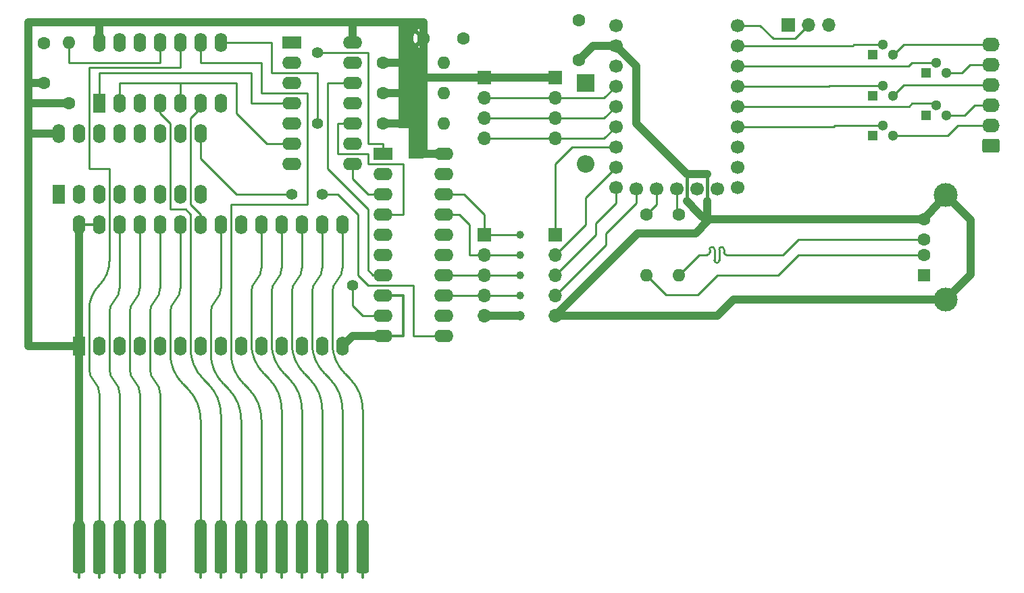
<source format=gbl>
%TF.GenerationSoftware,KiCad,Pcbnew,8.0.4+1*%
%TF.CreationDate,2024-08-13T20:11:20+02:00*%
%TF.ProjectId,QL_mIce_Starmouse,514c5f6d-4963-4655-9f53-7461726d6f75,0*%
%TF.SameCoordinates,Original*%
%TF.FileFunction,Copper,L2,Bot*%
%TF.FilePolarity,Positive*%
%FSLAX46Y46*%
G04 Gerber Fmt 4.6, Leading zero omitted, Abs format (unit mm)*
G04 Created by KiCad (PCBNEW 8.0.4+1) date 2024-08-13 20:11:20*
%MOMM*%
%LPD*%
G01*
G04 APERTURE LIST*
G04 Aperture macros list*
%AMRoundRect*
0 Rectangle with rounded corners*
0 $1 Rounding radius*
0 $2 $3 $4 $5 $6 $7 $8 $9 X,Y pos of 4 corners*
0 Add a 4 corners polygon primitive as box body*
4,1,4,$2,$3,$4,$5,$6,$7,$8,$9,$2,$3,0*
0 Add four circle primitives for the rounded corners*
1,1,$1+$1,$2,$3*
1,1,$1+$1,$4,$5*
1,1,$1+$1,$6,$7*
1,1,$1+$1,$8,$9*
0 Add four rect primitives between the rounded corners*
20,1,$1+$1,$2,$3,$4,$5,0*
20,1,$1+$1,$4,$5,$6,$7,0*
20,1,$1+$1,$6,$7,$8,$9,0*
20,1,$1+$1,$8,$9,$2,$3,0*%
G04 Aperture macros list end*
%TA.AperFunction,EtchedComponent*%
%ADD10C,0.300000*%
%TD*%
%TA.AperFunction,ComponentPad*%
%ADD11C,1.700000*%
%TD*%
%TA.AperFunction,ComponentPad*%
%ADD12R,1.600000X2.400000*%
%TD*%
%TA.AperFunction,ComponentPad*%
%ADD13O,1.600000X2.400000*%
%TD*%
%TA.AperFunction,ComponentPad*%
%ADD14C,1.600000*%
%TD*%
%TA.AperFunction,ComponentPad*%
%ADD15O,1.600000X1.600000*%
%TD*%
%TA.AperFunction,ComponentPad*%
%ADD16R,1.500000X1.600000*%
%TD*%
%TA.AperFunction,ComponentPad*%
%ADD17C,3.000000*%
%TD*%
%TA.AperFunction,ComponentPad*%
%ADD18RoundRect,0.250000X0.845000X-0.620000X0.845000X0.620000X-0.845000X0.620000X-0.845000X-0.620000X0*%
%TD*%
%TA.AperFunction,ComponentPad*%
%ADD19O,2.190000X1.740000*%
%TD*%
%TA.AperFunction,ComponentPad*%
%ADD20R,1.300000X1.300000*%
%TD*%
%TA.AperFunction,ComponentPad*%
%ADD21C,1.300000*%
%TD*%
%TA.AperFunction,ComponentPad*%
%ADD22R,2.400000X1.600000*%
%TD*%
%TA.AperFunction,ComponentPad*%
%ADD23O,2.400000X1.600000*%
%TD*%
%TA.AperFunction,ComponentPad*%
%ADD24R,1.700000X1.700000*%
%TD*%
%TA.AperFunction,ComponentPad*%
%ADD25O,1.700000X1.700000*%
%TD*%
%TA.AperFunction,ComponentPad*%
%ADD26R,2.200000X2.200000*%
%TD*%
%TA.AperFunction,ComponentPad*%
%ADD27O,2.200000X2.200000*%
%TD*%
%TA.AperFunction,ConnectorPad*%
%ADD28RoundRect,0.228600X0.533400X2.271400X-0.533400X2.271400X-0.533400X-2.271400X0.533400X-2.271400X0*%
%TD*%
%TA.AperFunction,ConnectorPad*%
%ADD29RoundRect,0.762000X0.000010X1.738000X-0.000010X1.738000X-0.000010X-1.738000X0.000010X-1.738000X0*%
%TD*%
%TA.AperFunction,ViaPad*%
%ADD30C,1.200000*%
%TD*%
%TA.AperFunction,ViaPad*%
%ADD31C,1.400000*%
%TD*%
%TA.AperFunction,ViaPad*%
%ADD32C,1.000000*%
%TD*%
%TA.AperFunction,Conductor*%
%ADD33C,1.000000*%
%TD*%
%TA.AperFunction,Conductor*%
%ADD34C,0.250000*%
%TD*%
%TA.AperFunction,Conductor*%
%ADD35C,0.350000*%
%TD*%
%TA.AperFunction,Conductor*%
%ADD36C,0.400000*%
%TD*%
%ADD37C,0.350000*%
G04 APERTURE END LIST*
D10*
%TO.C,J2*%
X114300000Y-133223000D02*
X114300000Y-132715000D01*
X116840000Y-133223000D02*
X116840000Y-132715000D01*
X119380000Y-133223000D02*
X119380000Y-132715000D01*
X121920000Y-133223000D02*
X121920000Y-132715000D01*
X124460000Y-133223000D02*
X124460000Y-132715000D01*
X129540000Y-133223000D02*
X129540000Y-132715000D01*
X132080000Y-133223000D02*
X132080000Y-132715000D01*
X134620000Y-133223000D02*
X134620000Y-132715000D01*
X137160000Y-133223000D02*
X137160000Y-132715000D01*
X139700000Y-133223000D02*
X139700000Y-132715000D01*
X142240000Y-133223000D02*
X142240000Y-132715000D01*
X144780000Y-133223000D02*
X144780000Y-132715000D01*
X147320000Y-133223000D02*
X147320000Y-132715000D01*
X149860000Y-133223000D02*
X149860000Y-132715000D01*
%TD*%
D11*
%TO.P,RZ1,1,GP0*%
%TO.N,Net-(RZ1-GP0)*%
X196850000Y-63900000D03*
%TO.P,RZ1,2,GP1*%
%TO.N,Net-(Q5-B)*%
X196850000Y-66440000D03*
%TO.P,RZ1,3,GP2*%
%TO.N,Net-(Q4-B)*%
X196850000Y-68980000D03*
%TO.P,RZ1,4,GP3*%
%TO.N,Net-(Q3-B)*%
X196850000Y-71520000D03*
%TO.P,RZ1,5,GP4*%
%TO.N,Net-(Q2-B)*%
X196850000Y-74060000D03*
%TO.P,RZ1,6,GP5*%
%TO.N,Net-(Q1-B)*%
X196850000Y-76600000D03*
%TO.P,RZ1,7,GP6*%
%TO.N,unconnected-(RZ1-GP6-Pad7)*%
X196850000Y-79140000D03*
%TO.P,RZ1,8,GP7*%
%TO.N,unconnected-(RZ1-GP7-Pad8)*%
X196850000Y-81680000D03*
%TO.P,RZ1,9,GP8*%
%TO.N,unconnected-(RZ1-GP8-Pad9)*%
X196850000Y-84220000D03*
%TO.P,RZ1,10,GP9*%
%TO.N,unconnected-(RZ1-GP9-Pad10)*%
X194310000Y-84430000D03*
%TO.P,RZ1,11,GP10*%
%TO.N,unconnected-(RZ1-GP10-Pad11)*%
X191770000Y-84430000D03*
%TO.P,RZ1,12,GP11*%
%TO.N,Net-(RZ1-GP11)*%
X189230000Y-84430000D03*
%TO.P,RZ1,13,GP12*%
%TO.N,Net-(RZ1-GP12)*%
X186690000Y-84430000D03*
%TO.P,RZ1,14,GP13*%
%TO.N,Net-(J4-Pin_4)*%
X184150000Y-84430000D03*
%TO.P,RZ1,15,GP14*%
%TO.N,Net-(J4-Pin_3)*%
X181610000Y-84220000D03*
%TO.P,RZ1,16,GP15*%
%TO.N,Net-(J4-Pin_2)*%
X181610000Y-81680000D03*
%TO.P,RZ1,17,GP26*%
%TO.N,Net-(J4-Pin_1)*%
X181610000Y-79140000D03*
%TO.P,RZ1,18,GP27*%
%TO.N,Net-(J3-Pin_4)*%
X181610000Y-76600000D03*
%TO.P,RZ1,19,GP28*%
%TO.N,Net-(J3-Pin_3)*%
X181610000Y-74060000D03*
%TO.P,RZ1,20,GP29*%
%TO.N,Net-(J3-Pin_2)*%
X181610000Y-71520000D03*
%TO.P,RZ1,21,3V3*%
%TO.N,Net-(JP1-B)*%
X181610000Y-68980000D03*
%TO.P,RZ1,22,5V*%
%TO.N,Net-(D1-K)*%
X181610000Y-63900000D03*
%TO.P,RZ1,23,GND*%
%TO.N,GND*%
X181610000Y-66440000D03*
%TD*%
D12*
%TO.P,U2,1*%
%TO.N,Net-(U2-Pad1)*%
X116840000Y-73660000D03*
D13*
%TO.P,U2,2*%
%TO.N,Net-(U2-Pad2)*%
X119380000Y-73660000D03*
%TO.P,U2,3*%
%TO.N,/IO_LE*%
X121920000Y-73660000D03*
%TO.P,U2,4*%
%TO.N,/ROMOE*%
X124460000Y-73660000D03*
%TO.P,U2,5*%
%TO.N,Net-(U2-Pad2)*%
X127000000Y-73660000D03*
%TO.P,U2,6*%
%TO.N,/U_ROMOE*%
X129540000Y-73660000D03*
%TO.P,U2,7,GND*%
%TO.N,GND*%
X132080000Y-73660000D03*
%TO.P,U2,8*%
%TO.N,Net-(U2-Pad8)*%
X132080000Y-66040000D03*
%TO.P,U2,9*%
%TO.N,/A15*%
X129540000Y-66040000D03*
%TO.P,U2,10*%
%TO.N,/A14*%
X127000000Y-66040000D03*
%TO.P,U2,11*%
%TO.N,Net-(R1-Pad2)*%
X124460000Y-66040000D03*
%TO.P,U2,12*%
%TO.N,/IO_OE*%
X121920000Y-66040000D03*
%TO.P,U2,13*%
%TO.N,/ROMOE*%
X119380000Y-66040000D03*
%TO.P,U2,14,VCC*%
%TO.N,VCC*%
X116840000Y-66040000D03*
%TD*%
D14*
%TO.P,R1,1*%
%TO.N,VCC*%
X113030000Y-73660000D03*
D15*
%TO.P,R1,2*%
%TO.N,Net-(R1-Pad2)*%
X113030000Y-66040000D03*
%TD*%
D14*
%TO.P,C3,1*%
%TO.N,VCC*%
X176911000Y-63286000D03*
%TO.P,C3,2*%
%TO.N,GND*%
X176911000Y-68286000D03*
%TD*%
%TO.P,C1,1*%
%TO.N,VCC*%
X109855000Y-71120000D03*
%TO.P,C1,2*%
%TO.N,GND*%
X109855000Y-66120000D03*
%TD*%
D16*
%TO.P,J1,1,VBUS*%
%TO.N,VCC*%
X220175000Y-95250000D03*
D14*
%TO.P,J1,2,D-*%
%TO.N,/D_N*%
X220175000Y-92750000D03*
%TO.P,J1,3,D+*%
%TO.N,/D_P*%
X220175000Y-90750000D03*
%TO.P,J1,4,GND*%
%TO.N,GND*%
X220175000Y-88250000D03*
D17*
%TO.P,J1,5,Shield*%
X222885000Y-98320000D03*
X222885000Y-85180000D03*
%TD*%
D18*
%TO.P,J7,1,Pin_1*%
%TO.N,/Common*%
X228600000Y-78994000D03*
D19*
%TO.P,J7,2,Pin_2*%
%TO.N,/Fire*%
X228600000Y-76454000D03*
%TO.P,J7,3,Pin_3*%
%TO.N,/Up*%
X228600000Y-73914000D03*
%TO.P,J7,4,Pin_4*%
%TO.N,/Down*%
X228600000Y-71374000D03*
%TO.P,J7,5,Pin_5*%
%TO.N,/Right*%
X228600000Y-68834000D03*
%TO.P,J7,6,Pin_6*%
%TO.N,/Left*%
X228600000Y-66294000D03*
%TD*%
D20*
%TO.P,Q2,1,C*%
%TO.N,/Common*%
X220472000Y-75184000D03*
D21*
%TO.P,Q2,2,B*%
%TO.N,Net-(Q2-B)*%
X221742000Y-73914000D03*
%TO.P,Q2,3,E*%
%TO.N,/Up*%
X223012000Y-75184000D03*
%TD*%
D22*
%TO.P,U5,1,OE*%
%TO.N,/IO_OE*%
X152400000Y-80010000D03*
D23*
%TO.P,U5,2,O0*%
%TO.N,/D4*%
X152400000Y-82550000D03*
%TO.P,U5,3,D0*%
%TO.N,Net-(U5-D0)*%
X152400000Y-85090000D03*
%TO.P,U5,4,D1*%
%TO.N,Net-(U5-D1)*%
X152400000Y-87630000D03*
%TO.P,U5,5,O1*%
%TO.N,/D5*%
X152400000Y-90170000D03*
%TO.P,U5,6,O2*%
%TO.N,/D6*%
X152400000Y-92710000D03*
%TO.P,U5,7,D2*%
%TO.N,Net-(U5-D2)*%
X152400000Y-95250000D03*
%TO.P,U5,8,D3*%
%TO.N,GND*%
X152400000Y-97790000D03*
%TO.P,U5,9,O3*%
%TO.N,/D7*%
X152400000Y-100330000D03*
%TO.P,U5,10,GND*%
%TO.N,GND*%
X152400000Y-102870000D03*
%TO.P,U5,11,LE*%
%TO.N,/IO_LE*%
X160020000Y-102870000D03*
%TO.P,U5,12,O4*%
%TO.N,/D2*%
X160020000Y-100330000D03*
%TO.P,U5,13,D4*%
%TO.N,Net-(J4-Pin_4)*%
X160020000Y-97790000D03*
%TO.P,U5,14,D5*%
%TO.N,Net-(J4-Pin_3)*%
X160020000Y-95250000D03*
%TO.P,U5,15,O5*%
%TO.N,/D1*%
X160020000Y-92710000D03*
%TO.P,U5,16,O6*%
%TO.N,/D0*%
X160020000Y-90170000D03*
%TO.P,U5,17,D6*%
%TO.N,Net-(J4-Pin_2)*%
X160020000Y-87630000D03*
%TO.P,U5,18,D7*%
%TO.N,Net-(J4-Pin_1)*%
X160020000Y-85090000D03*
%TO.P,U5,19,O7*%
%TO.N,/D3*%
X160020000Y-82550000D03*
%TO.P,U5,20,VCC*%
%TO.N,VCC*%
X160020000Y-80010000D03*
%TD*%
D20*
%TO.P,Q4,1,C*%
%TO.N,/Common*%
X220472000Y-69829000D03*
D21*
%TO.P,Q4,2,B*%
%TO.N,Net-(Q4-B)*%
X221742000Y-68559000D03*
%TO.P,Q4,3,E*%
%TO.N,/Right*%
X223012000Y-69829000D03*
%TD*%
D20*
%TO.P,Q5,1,C*%
%TO.N,/Common*%
X213741000Y-67564000D03*
D21*
%TO.P,Q5,2,B*%
%TO.N,Net-(Q5-B)*%
X215011000Y-66294000D03*
%TO.P,Q5,3,E*%
%TO.N,/Left*%
X216281000Y-67564000D03*
%TD*%
D24*
%TO.P,SW1,1,A*%
%TO.N,GND*%
X203200000Y-63881000D03*
D25*
%TO.P,SW1,2,B*%
%TO.N,Net-(RZ1-GP0)*%
X205740000Y-63881000D03*
%TO.P,SW1,3,C*%
%TO.N,Net-(JP1-A)*%
X208280000Y-63881000D03*
%TD*%
D14*
%TO.P,R5,1*%
%TO.N,Net-(RZ1-GP11)*%
X189470000Y-87630000D03*
D15*
%TO.P,R5,2*%
%TO.N,/D_P*%
X189470000Y-95250000D03*
%TD*%
D20*
%TO.P,Q1,1,C*%
%TO.N,/Common*%
X213741000Y-77703000D03*
D21*
%TO.P,Q1,2,B*%
%TO.N,Net-(Q1-B)*%
X215011000Y-76433000D03*
%TO.P,Q1,3,E*%
%TO.N,/Fire*%
X216281000Y-77703000D03*
%TD*%
D12*
%TO.P,U1,1*%
%TO.N,/A7*%
X111760000Y-85090000D03*
D13*
%TO.P,U1,2*%
%TO.N,/A6*%
X114300000Y-85090000D03*
%TO.P,U1,3*%
%TO.N,/A5*%
X116840000Y-85090000D03*
%TO.P,U1,4*%
%TO.N,/A13*%
X119380000Y-85090000D03*
%TO.P,U1,5*%
%TO.N,/A8*%
X121920000Y-85090000D03*
%TO.P,U1,6*%
%TO.N,/A9*%
X124460000Y-85090000D03*
%TO.P,U1,7*%
%TO.N,/A11*%
X127000000Y-85090000D03*
%TO.P,U1,8,GND*%
%TO.N,GND*%
X129540000Y-85090000D03*
%TO.P,U1,9*%
%TO.N,/IO_LE*%
X129540000Y-77470000D03*
%TO.P,U1,10*%
%TO.N,/A10*%
X127000000Y-77470000D03*
%TO.P,U1,11*%
%TO.N,/A1*%
X124460000Y-77470000D03*
%TO.P,U1,12*%
%TO.N,/A2*%
X121920000Y-77470000D03*
%TO.P,U1,13*%
%TO.N,/A3*%
X119380000Y-77470000D03*
%TO.P,U1,14*%
%TO.N,/A4*%
X116840000Y-77470000D03*
%TO.P,U1,15*%
%TO.N,/A12*%
X114300000Y-77470000D03*
%TO.P,U1,16,VCC*%
%TO.N,VCC*%
X111760000Y-77470000D03*
%TD*%
D22*
%TO.P,U3,1*%
%TO.N,unconnected-(U3-Pad1)*%
X140970000Y-66040000D03*
D23*
%TO.P,U3,2*%
%TO.N,unconnected-(U3-Pad2)*%
X140970000Y-68580000D03*
%TO.P,U3,3*%
%TO.N,/IO_LE*%
X140970000Y-71120000D03*
%TO.P,U3,4*%
%TO.N,Net-(U2-Pad1)*%
X140970000Y-73660000D03*
%TO.P,U3,5*%
%TO.N,Net-(U2-Pad8)*%
X140970000Y-76200000D03*
%TO.P,U3,6*%
%TO.N,Net-(U2-Pad2)*%
X140970000Y-78740000D03*
%TO.P,U3,7,GND*%
%TO.N,GND*%
X140970000Y-81280000D03*
%TO.P,U3,8*%
%TO.N,Net-(U5-D0)*%
X148590000Y-81280000D03*
%TO.P,U3,9*%
%TO.N,Net-(J3-Pin_4)*%
X148590000Y-78740000D03*
%TO.P,U3,10*%
%TO.N,Net-(U5-D1)*%
X148590000Y-76200000D03*
%TO.P,U3,11*%
%TO.N,Net-(J3-Pin_3)*%
X148590000Y-73660000D03*
%TO.P,U3,12*%
%TO.N,Net-(U5-D2)*%
X148590000Y-71120000D03*
%TO.P,U3,13*%
%TO.N,Net-(J3-Pin_2)*%
X148590000Y-68580000D03*
%TO.P,U3,14,VCC*%
%TO.N,VCC*%
X148590000Y-66040000D03*
%TD*%
D14*
%TO.P,R4,1*%
%TO.N,VCC*%
X152400000Y-76200000D03*
D15*
%TO.P,R4,2*%
%TO.N,Net-(J3-Pin_4)*%
X160020000Y-76200000D03*
%TD*%
D14*
%TO.P,R6,1*%
%TO.N,Net-(RZ1-GP12)*%
X185420000Y-87630000D03*
D15*
%TO.P,R6,2*%
%TO.N,/D_N*%
X185420000Y-95250000D03*
%TD*%
D12*
%TO.P,IC1,1,VPP*%
%TO.N,VCC*%
X114300000Y-104120000D03*
D13*
%TO.P,IC1,2,A12*%
%TO.N,/A12*%
X116840000Y-104120000D03*
%TO.P,IC1,3,A7*%
%TO.N,/A7*%
X119380000Y-104120000D03*
%TO.P,IC1,4,A6*%
%TO.N,/A6*%
X121920000Y-104120000D03*
%TO.P,IC1,5,A5*%
%TO.N,/A5*%
X124460000Y-104120000D03*
%TO.P,IC1,6,A4*%
%TO.N,/A4*%
X127000000Y-104120000D03*
%TO.P,IC1,7,A3*%
%TO.N,/A3*%
X129540000Y-104120000D03*
%TO.P,IC1,8,A2*%
%TO.N,/A2*%
X132080000Y-104120000D03*
%TO.P,IC1,9,A1*%
%TO.N,/A1*%
X134620000Y-104120000D03*
%TO.P,IC1,10,A0*%
%TO.N,/A0*%
X137160000Y-104120000D03*
%TO.P,IC1,11,D0*%
%TO.N,/D0*%
X139700000Y-104120000D03*
%TO.P,IC1,12,D1*%
%TO.N,/D1*%
X142240000Y-104120000D03*
%TO.P,IC1,13,D2*%
%TO.N,/D2*%
X144780000Y-104120000D03*
%TO.P,IC1,14,GND*%
%TO.N,GND*%
X147320000Y-104120000D03*
%TO.P,IC1,15,D3*%
%TO.N,/D3*%
X147320000Y-88880000D03*
%TO.P,IC1,16,D4*%
%TO.N,/D4*%
X144780000Y-88880000D03*
%TO.P,IC1,17,D5*%
%TO.N,/D5*%
X142240000Y-88880000D03*
%TO.P,IC1,18,D6*%
%TO.N,/D6*%
X139700000Y-88880000D03*
%TO.P,IC1,19,D7*%
%TO.N,/D7*%
X137160000Y-88880000D03*
%TO.P,IC1,20,~{CE}*%
%TO.N,GND*%
X134620000Y-88880000D03*
%TO.P,IC1,21,A10*%
%TO.N,/A10*%
X132080000Y-88880000D03*
%TO.P,IC1,22,~{OE}*%
%TO.N,/U_ROMOE*%
X129540000Y-88880000D03*
%TO.P,IC1,23,A11*%
%TO.N,/A11*%
X127000000Y-88880000D03*
%TO.P,IC1,24,A9*%
%TO.N,/A9*%
X124460000Y-88880000D03*
%TO.P,IC1,25,A8*%
%TO.N,/A8*%
X121920000Y-88880000D03*
%TO.P,IC1,26,A13*%
%TO.N,/A13*%
X119380000Y-88880000D03*
%TO.P,IC1,27,~{PGM}*%
%TO.N,VCC*%
X116840000Y-88880000D03*
%TO.P,IC1,28,VCC*%
X114300000Y-88880000D03*
%TD*%
D20*
%TO.P,Q3,1,C*%
%TO.N,/Common*%
X213741000Y-72729000D03*
D21*
%TO.P,Q3,2,B*%
%TO.N,Net-(Q3-B)*%
X215011000Y-71459000D03*
%TO.P,Q3,3,E*%
%TO.N,/Down*%
X216281000Y-72729000D03*
%TD*%
D14*
%TO.P,R2,1*%
%TO.N,VCC*%
X152400000Y-68580000D03*
D15*
%TO.P,R2,2*%
%TO.N,Net-(J3-Pin_2)*%
X160020000Y-68580000D03*
%TD*%
D14*
%TO.P,C2,1*%
%TO.N,VCC*%
X157480000Y-65532000D03*
%TO.P,C2,2*%
%TO.N,GND*%
X162480000Y-65532000D03*
%TD*%
D26*
%TO.P,D1,1,K*%
%TO.N,Net-(D1-K)*%
X177800000Y-71120000D03*
D27*
%TO.P,D1,2,A*%
%TO.N,VCC*%
X177800000Y-81280000D03*
%TD*%
D14*
%TO.P,R3,1*%
%TO.N,VCC*%
X152400000Y-72390000D03*
D15*
%TO.P,R3,2*%
%TO.N,Net-(J3-Pin_3)*%
X160020000Y-72390000D03*
%TD*%
D24*
%TO.P,J6,1,Pin_1*%
%TO.N,Net-(J4-Pin_1)*%
X165100000Y-90170000D03*
D25*
%TO.P,J6,2,Pin_2*%
%TO.N,Net-(J4-Pin_2)*%
X165100000Y-92710000D03*
%TO.P,J6,3,Pin_3*%
%TO.N,Net-(J4-Pin_3)*%
X165100000Y-95250000D03*
%TO.P,J6,4,Pin_4*%
%TO.N,Net-(J4-Pin_4)*%
X165100000Y-97790000D03*
%TO.P,J6,5,Pin_5*%
%TO.N,GND*%
X165100000Y-100330000D03*
%TD*%
D28*
%TO.P,J2,1,Vcc*%
%TO.N,VCC*%
X114300000Y-130175000D03*
D29*
X114300000Y-128437000D03*
D28*
%TO.P,J2,3,A14*%
%TO.N,/A14*%
X116840000Y-130215000D03*
D29*
X116840000Y-128437000D03*
D28*
%TO.P,J2,5,A13*%
%TO.N,/A13*%
X119380000Y-130215000D03*
D29*
X119380000Y-128437000D03*
D28*
%TO.P,J2,7,A8*%
%TO.N,/A8*%
X121920000Y-130215000D03*
D29*
X121920000Y-128437000D03*
D28*
%TO.P,J2,9,A9*%
%TO.N,/A9*%
X124460000Y-130175000D03*
D29*
X124460000Y-128397000D03*
D28*
%TO.P,J2,11,A11*%
%TO.N,/A11*%
X129540000Y-130135000D03*
D29*
X129540000Y-128397000D03*
D28*
%TO.P,J2,13,~{ROMOE}*%
%TO.N,/ROMOE*%
X132080000Y-130175000D03*
D29*
X132080000Y-128437000D03*
D28*
%TO.P,J2,15,A10*%
%TO.N,/A10*%
X134620000Y-130175000D03*
D29*
X134620000Y-128437000D03*
D28*
%TO.P,J2,17,A15*%
%TO.N,/A15*%
X137160000Y-130175000D03*
D29*
X137160000Y-128437000D03*
D28*
%TO.P,J2,19,D7*%
%TO.N,/D7*%
X139700000Y-130175000D03*
D29*
X139700000Y-128437000D03*
D28*
%TO.P,J2,21,D6*%
%TO.N,/D6*%
X142240000Y-130164200D03*
D29*
X142240000Y-128437000D03*
D28*
%TO.P,J2,23,D5*%
%TO.N,/D5*%
X144805400Y-130164200D03*
D29*
X144780000Y-128397000D03*
D28*
%TO.P,J2,25,D4*%
%TO.N,/D4*%
X147320000Y-130175000D03*
D29*
X147320000Y-128437000D03*
D28*
%TO.P,J2,27,D3*%
%TO.N,/D3*%
X149860000Y-130175000D03*
D29*
X149860000Y-128437000D03*
%TD*%
D24*
%TO.P,J3,1,Pin_1*%
%TO.N,VCC*%
X173990000Y-70485000D03*
D25*
%TO.P,J3,2,Pin_2*%
%TO.N,Net-(J3-Pin_2)*%
X173990000Y-73025000D03*
%TO.P,J3,3,Pin_3*%
%TO.N,Net-(J3-Pin_3)*%
X173990000Y-75565000D03*
%TO.P,J3,4,Pin_4*%
%TO.N,Net-(J3-Pin_4)*%
X173990000Y-78105000D03*
%TD*%
D24*
%TO.P,J4,1,Pin_1*%
%TO.N,Net-(J4-Pin_1)*%
X173990000Y-90170000D03*
D25*
%TO.P,J4,2,Pin_2*%
%TO.N,Net-(J4-Pin_2)*%
X173990000Y-92710000D03*
%TO.P,J4,3,Pin_3*%
%TO.N,Net-(J4-Pin_3)*%
X173990000Y-95250000D03*
%TO.P,J4,4,Pin_4*%
%TO.N,Net-(J4-Pin_4)*%
X173990000Y-97790000D03*
%TO.P,J4,5,Pin_5*%
%TO.N,GND*%
X173990000Y-100330000D03*
%TD*%
D24*
%TO.P,J5,1,Pin_1*%
%TO.N,VCC*%
X165100000Y-70485000D03*
D25*
%TO.P,J5,2,Pin_2*%
%TO.N,Net-(J3-Pin_2)*%
X165100000Y-73025000D03*
%TO.P,J5,3,Pin_3*%
%TO.N,Net-(J3-Pin_3)*%
X165100000Y-75565000D03*
%TO.P,J5,4,Pin_4*%
%TO.N,Net-(J3-Pin_4)*%
X165100000Y-78105000D03*
%TD*%
D30*
%TO.N,GND*%
X169545000Y-100330000D03*
D31*
%TO.N,/D7*%
X148590000Y-96520000D03*
%TO.N,/IO_LE*%
X144780000Y-85090000D03*
X140970000Y-85090000D03*
%TO.N,Net-(U2-Pad8)*%
X144145000Y-76200000D03*
%TO.N,/IO_OE*%
X144145000Y-67310000D03*
D32*
%TO.N,Net-(J4-Pin_1)*%
X169545000Y-90170000D03*
%TO.N,Net-(J4-Pin_2)*%
X169545000Y-92710000D03*
%TO.N,Net-(J4-Pin_3)*%
X169545000Y-95250000D03*
%TO.N,Net-(J4-Pin_4)*%
X169545000Y-97790000D03*
%TD*%
D33*
%TO.N,VCC*%
X148590000Y-63500000D02*
X157480000Y-63500000D01*
X116840000Y-63500000D02*
X148590000Y-63500000D01*
X114300000Y-127000000D02*
X114300000Y-104120000D01*
X107950000Y-77470000D02*
X107950000Y-73660000D01*
X157480000Y-76200000D02*
X157480000Y-80010000D01*
X157480000Y-63500000D02*
X157480000Y-65532000D01*
X107950000Y-104140000D02*
X107950000Y-77470000D01*
X116840000Y-63500000D02*
X116840000Y-66040000D01*
X157480000Y-65532000D02*
X157480000Y-70485000D01*
X107950000Y-71120000D02*
X109855000Y-71120000D01*
X114300000Y-104120000D02*
X114300000Y-88880000D01*
X165100000Y-70485000D02*
X157480000Y-70485000D01*
X157480000Y-71120000D02*
X157480000Y-76200000D01*
X171069000Y-70485000D02*
X173990000Y-70485000D01*
X152527000Y-72390000D02*
X157480000Y-72390000D01*
X170053000Y-70485000D02*
X171069000Y-70485000D01*
D34*
X171470000Y-70358000D02*
X170180000Y-70358000D01*
X170180000Y-70358000D02*
X170053000Y-70485000D01*
D33*
X107950000Y-71120000D02*
X107950000Y-63500000D01*
X152400000Y-68580000D02*
X157353000Y-68580000D01*
X107970000Y-104120000D02*
X107950000Y-104140000D01*
X148590000Y-63500000D02*
X148590000Y-66040000D01*
X114300000Y-104120000D02*
X107970000Y-104120000D01*
X107950000Y-77470000D02*
X111760000Y-77470000D01*
X165100000Y-70485000D02*
X170053000Y-70485000D01*
X157480000Y-80010000D02*
X160020000Y-80010000D01*
X152400000Y-76200000D02*
X157480000Y-76200000D01*
X107950000Y-63500000D02*
X116840000Y-63500000D01*
X107950000Y-73660000D02*
X113030000Y-73660000D01*
X107950000Y-73660000D02*
X107950000Y-71120000D01*
X157480000Y-70485000D02*
X157480000Y-71120000D01*
D35*
X114300000Y-88880000D02*
X116840000Y-88880000D01*
D33*
%TO.N,GND*%
X176911000Y-68286000D02*
X178757000Y-66440000D01*
X196320000Y-98320000D02*
X194310000Y-100330000D01*
X184150000Y-76200000D02*
X184150000Y-68980000D01*
X152400000Y-102870000D02*
X148570000Y-102870000D01*
X194310000Y-100330000D02*
X173990000Y-100330000D01*
D36*
X190500000Y-85979000D02*
X190500000Y-82550000D01*
D33*
X184150000Y-68980000D02*
X181610000Y-66440000D01*
D35*
X152400000Y-97790000D02*
X154940000Y-97790000D01*
D33*
X184340500Y-89979500D02*
X191579500Y-89979500D01*
X193040000Y-82550000D02*
X190500000Y-82550000D01*
X191960500Y-87439500D02*
X190500000Y-85979000D01*
X173990000Y-100330000D02*
X184340500Y-89979500D01*
X148570000Y-102870000D02*
X147320000Y-104120000D01*
D36*
X193040000Y-85979000D02*
X193040000Y-82550000D01*
D33*
X193040000Y-88519000D02*
X191960500Y-87439500D01*
X192771000Y-88250000D02*
X191960500Y-87439500D01*
X190500000Y-82550000D02*
X184150000Y-76200000D01*
X178757000Y-66440000D02*
X181610000Y-66440000D01*
X222885000Y-85180000D02*
X220175000Y-88250000D01*
X165100000Y-100330000D02*
X169545000Y-100330000D01*
D35*
X154940000Y-102870000D02*
X152400000Y-102870000D01*
D33*
X226060000Y-88355000D02*
X222885000Y-85180000D01*
X193040000Y-88519000D02*
X193040000Y-85979000D01*
D35*
X154940000Y-97790000D02*
X154940000Y-102870000D01*
D33*
X221615000Y-98320000D02*
X196320000Y-98320000D01*
X192771000Y-88250000D02*
X220175000Y-88250000D01*
X191579500Y-89979500D02*
X193040000Y-88519000D01*
X226060000Y-95145000D02*
X226060000Y-88355000D01*
X222885000Y-98320000D02*
X226060000Y-95145000D01*
D34*
%TO.N,/D3*%
X147320000Y-88880000D02*
X147320000Y-94351974D01*
X147643792Y-107638792D02*
X148266207Y-108261207D01*
X146050000Y-97418025D02*
X146050000Y-103791036D01*
X149860000Y-112108963D02*
X149860000Y-127000000D01*
X146685000Y-95885000D02*
G75*
G03*
X146050011Y-97418025I1533000J-1533000D01*
G01*
X148266207Y-108261207D02*
G75*
G02*
X149860011Y-112108963I-3847807J-3847793D01*
G01*
X147320000Y-94351974D02*
G75*
G02*
X146685008Y-95885008I-2168000J-26D01*
G01*
X146050000Y-103791036D02*
G75*
G03*
X147643800Y-107638784I5441600J36D01*
G01*
%TO.N,/D4*%
X145103792Y-107638792D02*
X145726207Y-108261207D01*
X144780000Y-88880000D02*
X144780000Y-94351974D01*
X147320000Y-112108963D02*
X147320000Y-127000000D01*
X143510000Y-97418025D02*
X143510000Y-103791036D01*
X143510000Y-103791036D02*
G75*
G03*
X145103800Y-107638784I5441600J36D01*
G01*
X144145000Y-95885000D02*
G75*
G03*
X143510011Y-97418025I1533000J-1533000D01*
G01*
X144780000Y-94351974D02*
G75*
G02*
X144145008Y-95885008I-2168000J-26D01*
G01*
X145726207Y-108261207D02*
G75*
G02*
X147320011Y-112108963I-3847807J-3847793D01*
G01*
%TO.N,/D5*%
X144780000Y-112108963D02*
X144780000Y-126960000D01*
X142240000Y-88880000D02*
X142240000Y-94351974D01*
X142563792Y-107638792D02*
X143186207Y-108261207D01*
X140970000Y-97418025D02*
X140970000Y-103791036D01*
X142240000Y-94351974D02*
G75*
G02*
X141605008Y-95885008I-2168000J-26D01*
G01*
X143186207Y-108261207D02*
G75*
G02*
X144780011Y-112108963I-3847807J-3847793D01*
G01*
X141605000Y-95885000D02*
G75*
G03*
X140970011Y-97418025I1533000J-1533000D01*
G01*
X140970000Y-103791036D02*
G75*
G03*
X142563800Y-107638784I5441600J36D01*
G01*
%TO.N,/D6*%
X138430000Y-97418025D02*
X138430000Y-103791036D01*
X140023792Y-107638792D02*
X140646207Y-108261207D01*
X139700000Y-88880000D02*
X139700000Y-94351974D01*
X142240000Y-112108963D02*
X142240000Y-127000000D01*
X139065000Y-95885000D02*
G75*
G03*
X138430011Y-97418025I1533000J-1533000D01*
G01*
X140646207Y-108261207D02*
G75*
G02*
X142240011Y-112108963I-3847807J-3847793D01*
G01*
X138430000Y-103791036D02*
G75*
G03*
X140023800Y-107638784I5441600J36D01*
G01*
X139700000Y-94351974D02*
G75*
G02*
X139065008Y-95885008I-2168000J-26D01*
G01*
%TO.N,/D7*%
X152400000Y-100330000D02*
X149860000Y-100330000D01*
X137160000Y-88880000D02*
X137160000Y-94351974D01*
X135890000Y-97418025D02*
X135890000Y-103791036D01*
X149860000Y-100330000D02*
X148590000Y-99060000D01*
X137483792Y-107638792D02*
X138106207Y-108261207D01*
X139700000Y-112108963D02*
X139700000Y-127000000D01*
X148590000Y-99060000D02*
X148590000Y-96520000D01*
X135890000Y-103791036D02*
G75*
G03*
X137483800Y-107638784I5441600J36D01*
G01*
X138106207Y-108261207D02*
G75*
G02*
X139700011Y-112108963I-3847807J-3847793D01*
G01*
X136525000Y-95885000D02*
G75*
G03*
X135890011Y-97418025I1533000J-1533000D01*
G01*
X137160000Y-94351974D02*
G75*
G02*
X136525008Y-95885008I-2168000J-26D01*
G01*
%TO.N,/A15*%
X142875000Y-72390000D02*
X142875000Y-86360000D01*
X142875000Y-86360000D02*
X133350000Y-86360000D01*
X134943792Y-108908792D02*
X135566207Y-109531207D01*
X137160000Y-113378963D02*
X137160000Y-127000000D01*
X137160000Y-68580000D02*
X137160000Y-72390000D01*
X129540000Y-66040000D02*
X129540000Y-68580000D01*
X137160000Y-72390000D02*
X142875000Y-72390000D01*
X133350000Y-86360000D02*
X133350000Y-105061036D01*
X129540000Y-68580000D02*
X137160000Y-68580000D01*
X133350000Y-105061036D02*
G75*
G03*
X134943800Y-108908784I5441600J36D01*
G01*
X135566207Y-109531207D02*
G75*
G02*
X137160011Y-113378963I-3847807J-3847793D01*
G01*
%TO.N,/A10*%
X132403792Y-108908792D02*
X133026207Y-109531207D01*
X130810000Y-99958025D02*
X130810000Y-105061036D01*
X134620000Y-113378963D02*
X134620000Y-127000000D01*
X132080000Y-88880000D02*
X132080000Y-96891974D01*
X133026207Y-109531207D02*
G75*
G02*
X134620011Y-113378963I-3847807J-3847793D01*
G01*
X130810000Y-105061036D02*
G75*
G03*
X132403800Y-108908784I5441600J36D01*
G01*
X132080000Y-96891974D02*
G75*
G02*
X131445008Y-98425008I-2168000J-26D01*
G01*
X131445000Y-98425000D02*
G75*
G03*
X130810011Y-99958025I1533000J-1533000D01*
G01*
%TO.N,/ROMOE*%
X124460000Y-73660000D02*
X124460000Y-74930000D01*
X124460000Y-74930000D02*
X125730000Y-76200000D01*
X127635000Y-86995000D02*
X128270000Y-87630000D01*
X125730000Y-86995000D02*
X127635000Y-86995000D01*
X128270000Y-87630000D02*
X128270000Y-104426036D01*
X132080000Y-112743963D02*
X132080000Y-127000000D01*
X129863792Y-108273792D02*
X130486207Y-108896207D01*
X125730000Y-76200000D02*
X125730000Y-86995000D01*
X130486207Y-108896207D02*
G75*
G02*
X132080011Y-112743963I-3847807J-3847793D01*
G01*
X128270000Y-104426036D02*
G75*
G03*
X129863800Y-108273784I5441600J36D01*
G01*
%TO.N,/A11*%
X127000000Y-88880000D02*
X127000000Y-96891974D01*
X127323792Y-108908792D02*
X127946207Y-109531207D01*
X125730000Y-99958025D02*
X125730000Y-105061036D01*
X129540000Y-113378963D02*
X129540000Y-126960000D01*
X125730000Y-105061036D02*
G75*
G03*
X127323800Y-108908784I5441600J36D01*
G01*
X127946207Y-109531207D02*
G75*
G02*
X129540011Y-113378963I-3847807J-3847793D01*
G01*
X126365000Y-98425000D02*
G75*
G03*
X125730011Y-99958025I1533000J-1533000D01*
G01*
X127000000Y-96891974D02*
G75*
G02*
X126365008Y-98425008I-2168000J-26D01*
G01*
%TO.N,/A9*%
X124460000Y-88880000D02*
X124460000Y-96891974D01*
X124460000Y-110118025D02*
X124460000Y-126960000D01*
X123190000Y-99958025D02*
X123190000Y-107051974D01*
X123190000Y-107051974D02*
G75*
G03*
X123824992Y-108585008I2168000J-26D01*
G01*
X123825000Y-98425000D02*
G75*
G03*
X123190011Y-99958025I1533000J-1533000D01*
G01*
X124460000Y-96891974D02*
G75*
G02*
X123825008Y-98425008I-2168000J-26D01*
G01*
X123825000Y-108585000D02*
G75*
G02*
X124459989Y-110118025I-1533000J-1533000D01*
G01*
%TO.N,/A8*%
X120650000Y-99958025D02*
X120650000Y-107051974D01*
X121920000Y-88880000D02*
X121920000Y-96891974D01*
X121920000Y-110118025D02*
X121920000Y-127000000D01*
X121285000Y-98425000D02*
G75*
G03*
X120650011Y-99958025I1533000J-1533000D01*
G01*
X121920000Y-96891974D02*
G75*
G02*
X121285008Y-98425008I-2168000J-26D01*
G01*
X120650000Y-107051974D02*
G75*
G03*
X121284992Y-108585008I2168000J-26D01*
G01*
X121285000Y-108585000D02*
G75*
G02*
X121919989Y-110118025I-1533000J-1533000D01*
G01*
%TO.N,/A13*%
X118110000Y-99958025D02*
X118110000Y-107051974D01*
X119380000Y-110118025D02*
X119380000Y-127000000D01*
X119380000Y-88880000D02*
X119380000Y-96891974D01*
X118745000Y-108585000D02*
G75*
G02*
X119379989Y-110118025I-1533000J-1533000D01*
G01*
X118110000Y-107051974D02*
G75*
G03*
X118744992Y-108585008I2168000J-26D01*
G01*
X119380000Y-96891974D02*
G75*
G02*
X118745008Y-98425008I-2168000J-26D01*
G01*
X118745000Y-98425000D02*
G75*
G03*
X118110011Y-99958025I1533000J-1533000D01*
G01*
%TO.N,/A14*%
X116840000Y-110118025D02*
X116840000Y-127000000D01*
X118110000Y-81915000D02*
X118110000Y-93453948D01*
X115570000Y-81915000D02*
X118110000Y-81915000D01*
X127000000Y-66040000D02*
X127000000Y-69215000D01*
X115570000Y-99586051D02*
X115570000Y-107051974D01*
X115570000Y-69215000D02*
X115570000Y-81915000D01*
X127000000Y-69215000D02*
X115570000Y-69215000D01*
X118110000Y-93453948D02*
G75*
G02*
X116839986Y-96519986I-4336100J48D01*
G01*
X116205000Y-108585000D02*
G75*
G02*
X116839989Y-110118025I-1533000J-1533000D01*
G01*
X116840000Y-96520000D02*
G75*
G03*
X115570021Y-99586051I3066000J-3066000D01*
G01*
X115570000Y-107051974D02*
G75*
G03*
X116204992Y-108585008I2168000J-26D01*
G01*
%TO.N,/U_ROMOE*%
X128270000Y-86360000D02*
X129540000Y-87630000D01*
X129540000Y-87630000D02*
X129540000Y-88880000D01*
X129540000Y-74295000D02*
X128270000Y-75565000D01*
X128270000Y-75565000D02*
X128270000Y-86360000D01*
%TO.N,Net-(R1-Pad2)*%
X113030000Y-66040000D02*
X113030000Y-68580000D01*
X124460000Y-66040000D02*
X124460000Y-68580000D01*
X124460000Y-68580000D02*
X113030000Y-68580000D01*
%TO.N,/IO_LE*%
X144780000Y-85090000D02*
X146685000Y-85090000D01*
X129540000Y-80645000D02*
X133985000Y-85090000D01*
X156210000Y-96520000D02*
X156210000Y-102870000D01*
X146685000Y-85090000D02*
X149225000Y-87630000D01*
X129540000Y-77470000D02*
X129540000Y-80645000D01*
X149225000Y-95250000D02*
X150495000Y-96520000D01*
X150495000Y-96520000D02*
X156210000Y-96520000D01*
X156210000Y-102870000D02*
X160020000Y-102870000D01*
X149225000Y-87630000D02*
X149225000Y-95250000D01*
X133985000Y-85090000D02*
X140970000Y-85090000D01*
%TO.N,Net-(U2-Pad1)*%
X116840000Y-69850000D02*
X135890000Y-69850000D01*
X135890000Y-69850000D02*
X135890000Y-73660000D01*
X135890000Y-73660000D02*
X140970000Y-73660000D01*
X116840000Y-73660000D02*
X116840000Y-69850000D01*
%TO.N,Net-(U2-Pad2)*%
X133985000Y-74930000D02*
X133985000Y-71120000D01*
X140970000Y-78740000D02*
X137795000Y-78740000D01*
X137795000Y-78740000D02*
X133985000Y-74930000D01*
X127000000Y-71120000D02*
X127000000Y-73660000D01*
X133985000Y-71120000D02*
X127000000Y-71120000D01*
X119380000Y-71120000D02*
X127000000Y-71120000D01*
X119380000Y-73660000D02*
X119380000Y-71120000D01*
%TO.N,Net-(U2-Pad8)*%
X132080000Y-66040000D02*
X138430000Y-66040000D01*
X138430000Y-66040000D02*
X138430000Y-69850000D01*
X144145000Y-69850000D02*
X144145000Y-76200000D01*
X138430000Y-69850000D02*
X144145000Y-69850000D01*
%TO.N,/IO_OE*%
X150495000Y-67310000D02*
X144145000Y-67310000D01*
X152400000Y-78740000D02*
X150495000Y-78740000D01*
X150495000Y-78740000D02*
X150495000Y-67310000D01*
X152400000Y-80010000D02*
X152400000Y-78740000D01*
%TO.N,Net-(U5-D0)*%
X150495000Y-85090000D02*
X152400000Y-85090000D01*
X148590000Y-81280000D02*
X148590000Y-83185000D01*
X148590000Y-83185000D02*
X150495000Y-85090000D01*
%TO.N,Net-(U5-D1)*%
X154940000Y-87630000D02*
X154940000Y-81280000D01*
X146685000Y-80010000D02*
X146685000Y-76200000D01*
X152400000Y-87630000D02*
X154940000Y-87630000D01*
X150495000Y-80010000D02*
X146685000Y-80010000D01*
X146685000Y-76200000D02*
X148590000Y-76200000D01*
X154940000Y-81280000D02*
X150495000Y-81280000D01*
X150495000Y-81280000D02*
X150495000Y-80010000D01*
%TO.N,Net-(U5-D2)*%
X145415000Y-81915000D02*
X150495000Y-86995000D01*
X151130000Y-95250000D02*
X152400000Y-95250000D01*
X145415000Y-71120000D02*
X145415000Y-81915000D01*
X150495000Y-94615000D02*
X151130000Y-95250000D01*
X148590000Y-71120000D02*
X145415000Y-71120000D01*
X150495000Y-86995000D02*
X150495000Y-94615000D01*
%TO.N,Net-(J3-Pin_2)*%
X165100000Y-73025000D02*
X173990000Y-73025000D01*
X173990000Y-73025000D02*
X180105000Y-73025000D01*
X180105000Y-73025000D02*
X181610000Y-71520000D01*
%TO.N,Net-(J3-Pin_3)*%
X180105000Y-75565000D02*
X181610000Y-74060000D01*
X173990000Y-75565000D02*
X180105000Y-75565000D01*
X165100000Y-75565000D02*
X173990000Y-75565000D01*
%TO.N,Net-(J3-Pin_4)*%
X180105000Y-78105000D02*
X181610000Y-76600000D01*
X173990000Y-78105000D02*
X180105000Y-78105000D01*
X165100000Y-78105000D02*
X173990000Y-78105000D01*
%TO.N,Net-(J4-Pin_1)*%
X173990000Y-81280000D02*
X173990000Y-90170000D01*
X165100000Y-87630000D02*
X162560000Y-85090000D01*
X165100000Y-90170000D02*
X165100000Y-87630000D01*
X176130000Y-79140000D02*
X173990000Y-81280000D01*
X181610000Y-79140000D02*
X176130000Y-79140000D01*
X169545000Y-90170000D02*
X165100000Y-90170000D01*
X162560000Y-85090000D02*
X160020000Y-85090000D01*
%TO.N,Net-(J4-Pin_2)*%
X163195000Y-88900000D02*
X161925000Y-87630000D01*
X161925000Y-87630000D02*
X160020000Y-87630000D01*
X177800000Y-85490000D02*
X177800000Y-88900000D01*
X181610000Y-81680000D02*
X177800000Y-85490000D01*
X165100000Y-92710000D02*
X169545000Y-92710000D01*
X165100000Y-92710000D02*
X163195000Y-92710000D01*
X177800000Y-88900000D02*
X173990000Y-92710000D01*
X163195000Y-92710000D02*
X163195000Y-88900000D01*
%TO.N,Net-(J4-Pin_3)*%
X179070000Y-88773000D02*
X179070000Y-90170000D01*
X181610000Y-86233000D02*
X179070000Y-88773000D01*
X181610000Y-84220000D02*
X181610000Y-86233000D01*
X179070000Y-90170000D02*
X173990000Y-95250000D01*
X165100000Y-95250000D02*
X169545000Y-95250000D01*
X160020000Y-95250000D02*
X165100000Y-95250000D01*
%TO.N,Net-(J4-Pin_4)*%
X180340000Y-90043000D02*
X180340000Y-91440000D01*
X180340000Y-91440000D02*
X173990000Y-97790000D01*
X160020000Y-97790000D02*
X165100000Y-97790000D01*
X184150000Y-84430000D02*
X184150000Y-86233000D01*
X184150000Y-86233000D02*
X180340000Y-90043000D01*
X165100000Y-97790000D02*
X169545000Y-97790000D01*
%TO.N,/Left*%
X216281000Y-67670000D02*
X217657000Y-66294000D01*
X217657000Y-66294000D02*
X228600000Y-66294000D01*
%TO.N,/D_P*%
X193940000Y-92010000D02*
X193940000Y-93410000D01*
X202510000Y-92710000D02*
X204470000Y-90750000D01*
X193340000Y-92410000D02*
X193340000Y-92010000D01*
X195440000Y-92710000D02*
X202510000Y-92710000D01*
X189470000Y-95250000D02*
X192010000Y-92710000D01*
X204470000Y-90750000D02*
X220175000Y-90750000D01*
X194540000Y-93410000D02*
X194540000Y-92010000D01*
X195140000Y-92010000D02*
X195140000Y-92410000D01*
X192010000Y-92710000D02*
X193040000Y-92710000D01*
X194540000Y-92010000D02*
G75*
G02*
X194840000Y-91710000I300000J0D01*
G01*
X193040000Y-92710000D02*
G75*
G03*
X193340000Y-92410000I0J300000D01*
G01*
X195140000Y-92410000D02*
G75*
G03*
X195440000Y-92710000I300000J0D01*
G01*
X193340000Y-92010000D02*
G75*
G02*
X193640000Y-91710000I300000J0D01*
G01*
X194240000Y-93710000D02*
G75*
G03*
X194540000Y-93410000I0J300000D01*
G01*
X193640000Y-91710000D02*
G75*
G02*
X193940000Y-92010000I0J-300000D01*
G01*
X193940000Y-93410000D02*
G75*
G03*
X194240000Y-93710000I300000J0D01*
G01*
X194840000Y-91710000D02*
G75*
G02*
X195140000Y-92010000I0J-300000D01*
G01*
%TO.N,/Right*%
X224938000Y-69829000D02*
X225933000Y-68834000D01*
X228600000Y-68834000D02*
X225933000Y-68834000D01*
X222885000Y-69829000D02*
X224938000Y-69829000D01*
%TO.N,/Down*%
X216281000Y-72729000D02*
X217636000Y-71374000D01*
X217636000Y-71374000D02*
X228600000Y-71374000D01*
%TO.N,/Up*%
X226568000Y-73914000D02*
X228600000Y-73914000D01*
X223012000Y-75184000D02*
X225298000Y-75184000D01*
X225298000Y-75184000D02*
X226568000Y-73914000D01*
%TO.N,Net-(RZ1-GP12)*%
X186690000Y-84430000D02*
X186690000Y-86360000D01*
X186690000Y-86360000D02*
X185420000Y-87630000D01*
%TO.N,Net-(RZ1-GP11)*%
X189230000Y-84430000D02*
X189230000Y-87390000D01*
%TO.N,/Fire*%
X216281000Y-77703000D02*
X223160000Y-77703000D01*
X223160000Y-77703000D02*
X224409000Y-76454000D01*
X228600000Y-76454000D02*
X224409000Y-76454000D01*
%TO.N,Net-(Q1-B)*%
X209063000Y-76433000D02*
X208896000Y-76600000D01*
X215011000Y-76433000D02*
X209063000Y-76433000D01*
X208896000Y-76600000D02*
X196850000Y-76600000D01*
%TO.N,Net-(Q2-B)*%
X218338000Y-74060000D02*
X218694000Y-73704000D01*
X196850000Y-74060000D02*
X218338000Y-74060000D01*
X218694000Y-73704000D02*
X221677000Y-73704000D01*
%TO.N,Net-(Q3-B)*%
X208341000Y-71459000D02*
X215011000Y-71459000D01*
X196850000Y-71520000D02*
X208280000Y-71520000D01*
X208280000Y-71520000D02*
X208341000Y-71459000D01*
%TO.N,Net-(Q4-B)*%
X218694000Y-68559000D02*
X221615000Y-68559000D01*
X196850000Y-68980000D02*
X218273000Y-68980000D01*
X218273000Y-68980000D02*
X218694000Y-68559000D01*
%TO.N,Net-(Q5-B)*%
X196850000Y-66440000D02*
X211288000Y-66440000D01*
X211434000Y-66294000D02*
X211328000Y-66400000D01*
X211288000Y-66440000D02*
X211328000Y-66400000D01*
X215011000Y-66294000D02*
X211434000Y-66294000D01*
%TO.N,Net-(RZ1-GP0)*%
X201295000Y-65532000D02*
X199663000Y-63900000D01*
X204074000Y-65532000D02*
X201295000Y-65532000D01*
X199663000Y-63900000D02*
X196850000Y-63900000D01*
X205725000Y-63881000D02*
X204074000Y-65532000D01*
%TO.N,/D_N*%
X194310000Y-95250000D02*
X201970000Y-95250000D01*
X191820000Y-97740000D02*
X194310000Y-95250000D01*
X201970000Y-95250000D02*
X204470000Y-92750000D01*
X204470000Y-92750000D02*
X220175000Y-92750000D01*
X185420000Y-95250000D02*
X187910000Y-97740000D01*
X187910000Y-97740000D02*
X191820000Y-97740000D01*
%TD*%
%TA.AperFunction,Conductor*%
%TO.N,VCC*%
G36*
X157423039Y-63519685D02*
G01*
X157468794Y-63572489D01*
X157480000Y-63624000D01*
X157480000Y-64113408D01*
X157460315Y-64180447D01*
X157407511Y-64226202D01*
X157366808Y-64236936D01*
X157253399Y-64246858D01*
X157253389Y-64246860D01*
X157033682Y-64305730D01*
X157033673Y-64305734D01*
X156827516Y-64401866D01*
X156827512Y-64401868D01*
X156754526Y-64452973D01*
X156754526Y-64452974D01*
X157433553Y-65132000D01*
X157427339Y-65132000D01*
X157325606Y-65159259D01*
X157234394Y-65211920D01*
X157159920Y-65286394D01*
X157107259Y-65377606D01*
X157080000Y-65479339D01*
X157080000Y-65485552D01*
X156400974Y-64806526D01*
X156400973Y-64806526D01*
X156349868Y-64879512D01*
X156349866Y-64879516D01*
X156253734Y-65085673D01*
X156253730Y-65085682D01*
X156194860Y-65305389D01*
X156194858Y-65305400D01*
X156175034Y-65531997D01*
X156175034Y-65532002D01*
X156194858Y-65758599D01*
X156194860Y-65758610D01*
X156253730Y-65978317D01*
X156253735Y-65978331D01*
X156349863Y-66184478D01*
X156400974Y-66257472D01*
X157080000Y-65578446D01*
X157080000Y-65584661D01*
X157107259Y-65686394D01*
X157159920Y-65777606D01*
X157234394Y-65852080D01*
X157325606Y-65904741D01*
X157427339Y-65932000D01*
X157433551Y-65932000D01*
X156754526Y-66611025D01*
X156827513Y-66662132D01*
X156827521Y-66662136D01*
X157033668Y-66758264D01*
X157033682Y-66758269D01*
X157253389Y-66817139D01*
X157253400Y-66817141D01*
X157366807Y-66827063D01*
X157431876Y-66852515D01*
X157472855Y-66909106D01*
X157480000Y-66950591D01*
X157480000Y-80521000D01*
X157460315Y-80588039D01*
X157407511Y-80633794D01*
X157356000Y-80645000D01*
X155699000Y-80645000D01*
X155631961Y-80625315D01*
X155586206Y-80572511D01*
X155575000Y-80521000D01*
X155575000Y-76835000D01*
X154429000Y-76835000D01*
X154361961Y-76815315D01*
X154316206Y-76762511D01*
X154305000Y-76711000D01*
X154305000Y-63624000D01*
X154324685Y-63556961D01*
X154377489Y-63511206D01*
X154429000Y-63500000D01*
X157356000Y-63500000D01*
X157423039Y-63519685D01*
G37*
%TD.AperFunction*%
%TD*%
D37*
X169545000Y-100330000D03*
X148590000Y-96520000D03*
X144780000Y-85090000D03*
X140970000Y-85090000D03*
X144145000Y-76200000D03*
X144145000Y-67310000D03*
X169545000Y-90170000D03*
X169545000Y-92710000D03*
X169545000Y-95250000D03*
X169545000Y-97790000D03*
X196850000Y-63900000D03*
X196850000Y-66440000D03*
X196850000Y-68980000D03*
X196850000Y-71520000D03*
X196850000Y-74060000D03*
X196850000Y-76600000D03*
X196850000Y-79140000D03*
X196850000Y-81680000D03*
X196850000Y-84220000D03*
X194310000Y-84430000D03*
X191770000Y-84430000D03*
X189230000Y-84430000D03*
X186690000Y-84430000D03*
X184150000Y-84430000D03*
X181610000Y-84220000D03*
X181610000Y-81680000D03*
X181610000Y-79140000D03*
X181610000Y-76600000D03*
X181610000Y-74060000D03*
X181610000Y-71520000D03*
X181610000Y-68980000D03*
X181610000Y-63900000D03*
X181610000Y-66440000D03*
X116840000Y-73660000D03*
X119380000Y-73660000D03*
X121920000Y-73660000D03*
X124460000Y-73660000D03*
X127000000Y-73660000D03*
X129540000Y-73660000D03*
X132080000Y-73660000D03*
X132080000Y-66040000D03*
X129540000Y-66040000D03*
X127000000Y-66040000D03*
X124460000Y-66040000D03*
X121920000Y-66040000D03*
X119380000Y-66040000D03*
X116840000Y-66040000D03*
X113030000Y-73660000D03*
X113030000Y-66040000D03*
X176911000Y-63286000D03*
X176911000Y-68286000D03*
X109855000Y-71120000D03*
X109855000Y-66120000D03*
X220175000Y-95250000D03*
X220175000Y-92750000D03*
X220175000Y-90750000D03*
X220175000Y-88250000D03*
X222885000Y-98320000D03*
X222885000Y-85180000D03*
X228600000Y-78994000D03*
X228600000Y-76454000D03*
X228600000Y-73914000D03*
X228600000Y-71374000D03*
X228600000Y-68834000D03*
X228600000Y-66294000D03*
X220472000Y-75184000D03*
X221742000Y-73914000D03*
X223012000Y-75184000D03*
X152400000Y-80010000D03*
X152400000Y-82550000D03*
X152400000Y-85090000D03*
X152400000Y-87630000D03*
X152400000Y-90170000D03*
X152400000Y-92710000D03*
X152400000Y-95250000D03*
X152400000Y-97790000D03*
X152400000Y-100330000D03*
X152400000Y-102870000D03*
X160020000Y-102870000D03*
X160020000Y-100330000D03*
X160020000Y-97790000D03*
X160020000Y-95250000D03*
X160020000Y-92710000D03*
X160020000Y-90170000D03*
X160020000Y-87630000D03*
X160020000Y-85090000D03*
X160020000Y-82550000D03*
X160020000Y-80010000D03*
X220472000Y-69829000D03*
X221742000Y-68559000D03*
X223012000Y-69829000D03*
X213741000Y-67564000D03*
X215011000Y-66294000D03*
X216281000Y-67564000D03*
X203200000Y-63881000D03*
X205740000Y-63881000D03*
X208280000Y-63881000D03*
X189470000Y-87630000D03*
X189470000Y-95250000D03*
X213741000Y-77703000D03*
X215011000Y-76433000D03*
X216281000Y-77703000D03*
X111760000Y-85090000D03*
X114300000Y-85090000D03*
X116840000Y-85090000D03*
X119380000Y-85090000D03*
X121920000Y-85090000D03*
X124460000Y-85090000D03*
X127000000Y-85090000D03*
X129540000Y-85090000D03*
X129540000Y-77470000D03*
X127000000Y-77470000D03*
X124460000Y-77470000D03*
X121920000Y-77470000D03*
X119380000Y-77470000D03*
X116840000Y-77470000D03*
X114300000Y-77470000D03*
X111760000Y-77470000D03*
X140970000Y-66040000D03*
X140970000Y-68580000D03*
X140970000Y-71120000D03*
X140970000Y-73660000D03*
X140970000Y-76200000D03*
X140970000Y-78740000D03*
X140970000Y-81280000D03*
X148590000Y-81280000D03*
X148590000Y-78740000D03*
X148590000Y-76200000D03*
X148590000Y-73660000D03*
X148590000Y-71120000D03*
X148590000Y-68580000D03*
X148590000Y-66040000D03*
X152400000Y-76200000D03*
X160020000Y-76200000D03*
X185420000Y-87630000D03*
X185420000Y-95250000D03*
X114300000Y-104120000D03*
X116840000Y-104120000D03*
X119380000Y-104120000D03*
X121920000Y-104120000D03*
X124460000Y-104120000D03*
X127000000Y-104120000D03*
X129540000Y-104120000D03*
X132080000Y-104120000D03*
X134620000Y-104120000D03*
X137160000Y-104120000D03*
X139700000Y-104120000D03*
X142240000Y-104120000D03*
X144780000Y-104120000D03*
X147320000Y-104120000D03*
X147320000Y-88880000D03*
X144780000Y-88880000D03*
X142240000Y-88880000D03*
X139700000Y-88880000D03*
X137160000Y-88880000D03*
X134620000Y-88880000D03*
X132080000Y-88880000D03*
X129540000Y-88880000D03*
X127000000Y-88880000D03*
X124460000Y-88880000D03*
X121920000Y-88880000D03*
X119380000Y-88880000D03*
X116840000Y-88880000D03*
X114300000Y-88880000D03*
X213741000Y-72729000D03*
X215011000Y-71459000D03*
X216281000Y-72729000D03*
X152400000Y-68580000D03*
X160020000Y-68580000D03*
X157480000Y-65532000D03*
X162480000Y-65532000D03*
X177800000Y-71120000D03*
X177800000Y-81280000D03*
X152400000Y-72390000D03*
X160020000Y-72390000D03*
X165100000Y-90170000D03*
X165100000Y-92710000D03*
X165100000Y-95250000D03*
X165100000Y-97790000D03*
X165100000Y-100330000D03*
X173990000Y-70485000D03*
X173990000Y-73025000D03*
X173990000Y-75565000D03*
X173990000Y-78105000D03*
X173990000Y-90170000D03*
X173990000Y-92710000D03*
X173990000Y-95250000D03*
X173990000Y-97790000D03*
X173990000Y-100330000D03*
X165100000Y-70485000D03*
X165100000Y-73025000D03*
X165100000Y-75565000D03*
X165100000Y-78105000D03*
M02*

</source>
